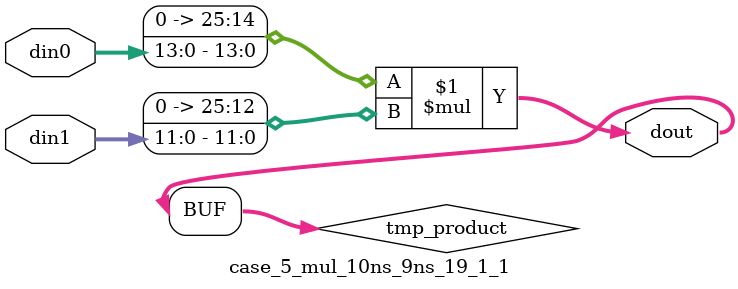
<source format=v>

`timescale 1 ns / 1 ps

 (* use_dsp = "no" *)  module case_5_mul_10ns_9ns_19_1_1(din0, din1, dout);
parameter ID = 1;
parameter NUM_STAGE = 0;
parameter din0_WIDTH = 14;
parameter din1_WIDTH = 12;
parameter dout_WIDTH = 26;

input [din0_WIDTH - 1 : 0] din0; 
input [din1_WIDTH - 1 : 0] din1; 
output [dout_WIDTH - 1 : 0] dout;

wire signed [dout_WIDTH - 1 : 0] tmp_product;
























assign tmp_product = $signed({1'b0, din0}) * $signed({1'b0, din1});











assign dout = tmp_product;





















endmodule

</source>
